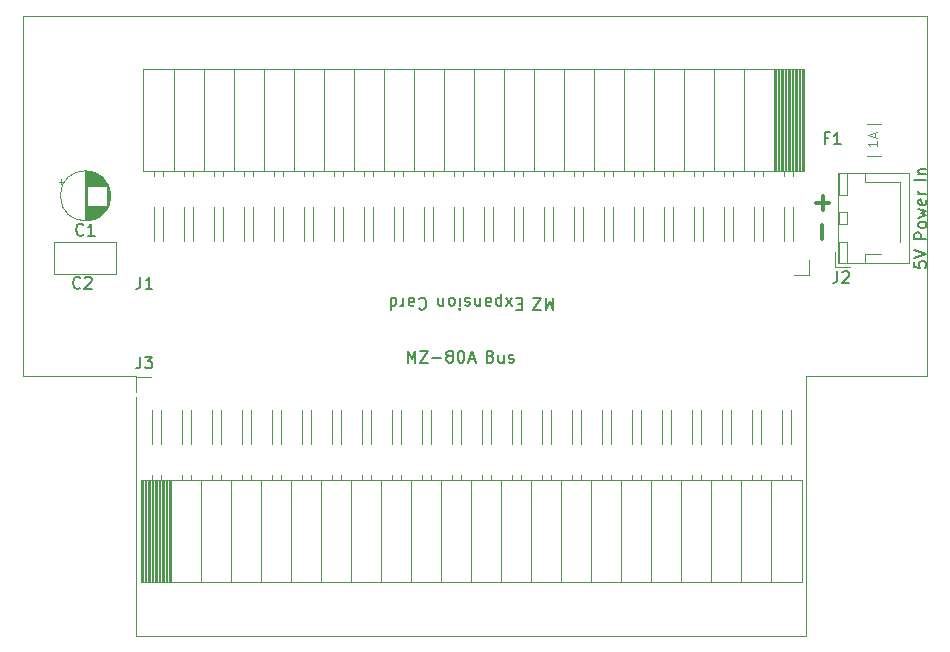
<source format=gbr>
G04 #@! TF.GenerationSoftware,KiCad,Pcbnew,(7.0.0-0)*
G04 #@! TF.CreationDate,2023-03-11T20:56:30+00:00*
G04 #@! TF.ProjectId,EXT80A,45585438-3041-42e6-9b69-6361645f7063,rev?*
G04 #@! TF.SameCoordinates,Original*
G04 #@! TF.FileFunction,Legend,Top*
G04 #@! TF.FilePolarity,Positive*
%FSLAX46Y46*%
G04 Gerber Fmt 4.6, Leading zero omitted, Abs format (unit mm)*
G04 Created by KiCad (PCBNEW (7.0.0-0)) date 2023-03-11 20:56:30*
%MOMM*%
%LPD*%
G01*
G04 APERTURE LIST*
%ADD10C,0.120000*%
%ADD11C,0.300000*%
%ADD12C,0.150000*%
%ADD13C,0.100000*%
G04 APERTURE END LIST*
D10*
X133750000Y-123750000D02*
X133750000Y-103500000D01*
X190500000Y-101750000D02*
X190750000Y-101750000D01*
X190500000Y-123750000D02*
X190500000Y-101750000D01*
X133750000Y-123750000D02*
X190500000Y-123750000D01*
X124250000Y-101750000D02*
X124250000Y-71250000D01*
X133750000Y-101750000D02*
X124250000Y-101750000D01*
X200750000Y-101750000D02*
X190750000Y-101750000D01*
X200750000Y-71250000D02*
X200750000Y-101750000D01*
X124250000Y-71250000D02*
X200750000Y-71250000D01*
D11*
X191852142Y-90142857D02*
X191852142Y-89000000D01*
X191357142Y-87102142D02*
X192500000Y-87102142D01*
X191928571Y-87673571D02*
X191928571Y-86530714D01*
D12*
X134166666Y-100117380D02*
X134166666Y-100831666D01*
X134166666Y-100831666D02*
X134119047Y-100974523D01*
X134119047Y-100974523D02*
X134023809Y-101069761D01*
X134023809Y-101069761D02*
X133880952Y-101117380D01*
X133880952Y-101117380D02*
X133785714Y-101117380D01*
X134547619Y-100117380D02*
X135166666Y-100117380D01*
X135166666Y-100117380D02*
X134833333Y-100498333D01*
X134833333Y-100498333D02*
X134976190Y-100498333D01*
X134976190Y-100498333D02*
X135071428Y-100545952D01*
X135071428Y-100545952D02*
X135119047Y-100593571D01*
X135119047Y-100593571D02*
X135166666Y-100688809D01*
X135166666Y-100688809D02*
X135166666Y-100926904D01*
X135166666Y-100926904D02*
X135119047Y-101022142D01*
X135119047Y-101022142D02*
X135071428Y-101069761D01*
X135071428Y-101069761D02*
X134976190Y-101117380D01*
X134976190Y-101117380D02*
X134690476Y-101117380D01*
X134690476Y-101117380D02*
X134595238Y-101069761D01*
X134595238Y-101069761D02*
X134547619Y-101022142D01*
X156783333Y-100617380D02*
X156783333Y-99617380D01*
X156783333Y-99617380D02*
X157116666Y-100331666D01*
X157116666Y-100331666D02*
X157449999Y-99617380D01*
X157449999Y-99617380D02*
X157449999Y-100617380D01*
X157830952Y-99617380D02*
X158497618Y-99617380D01*
X158497618Y-99617380D02*
X157830952Y-100617380D01*
X157830952Y-100617380D02*
X158497618Y-100617380D01*
X158878571Y-100236428D02*
X159640476Y-100236428D01*
X160259523Y-100045952D02*
X160164285Y-99998333D01*
X160164285Y-99998333D02*
X160116666Y-99950714D01*
X160116666Y-99950714D02*
X160069047Y-99855476D01*
X160069047Y-99855476D02*
X160069047Y-99807857D01*
X160069047Y-99807857D02*
X160116666Y-99712619D01*
X160116666Y-99712619D02*
X160164285Y-99665000D01*
X160164285Y-99665000D02*
X160259523Y-99617380D01*
X160259523Y-99617380D02*
X160449999Y-99617380D01*
X160449999Y-99617380D02*
X160545237Y-99665000D01*
X160545237Y-99665000D02*
X160592856Y-99712619D01*
X160592856Y-99712619D02*
X160640475Y-99807857D01*
X160640475Y-99807857D02*
X160640475Y-99855476D01*
X160640475Y-99855476D02*
X160592856Y-99950714D01*
X160592856Y-99950714D02*
X160545237Y-99998333D01*
X160545237Y-99998333D02*
X160449999Y-100045952D01*
X160449999Y-100045952D02*
X160259523Y-100045952D01*
X160259523Y-100045952D02*
X160164285Y-100093571D01*
X160164285Y-100093571D02*
X160116666Y-100141190D01*
X160116666Y-100141190D02*
X160069047Y-100236428D01*
X160069047Y-100236428D02*
X160069047Y-100426904D01*
X160069047Y-100426904D02*
X160116666Y-100522142D01*
X160116666Y-100522142D02*
X160164285Y-100569761D01*
X160164285Y-100569761D02*
X160259523Y-100617380D01*
X160259523Y-100617380D02*
X160449999Y-100617380D01*
X160449999Y-100617380D02*
X160545237Y-100569761D01*
X160545237Y-100569761D02*
X160592856Y-100522142D01*
X160592856Y-100522142D02*
X160640475Y-100426904D01*
X160640475Y-100426904D02*
X160640475Y-100236428D01*
X160640475Y-100236428D02*
X160592856Y-100141190D01*
X160592856Y-100141190D02*
X160545237Y-100093571D01*
X160545237Y-100093571D02*
X160449999Y-100045952D01*
X161259523Y-99617380D02*
X161354761Y-99617380D01*
X161354761Y-99617380D02*
X161449999Y-99665000D01*
X161449999Y-99665000D02*
X161497618Y-99712619D01*
X161497618Y-99712619D02*
X161545237Y-99807857D01*
X161545237Y-99807857D02*
X161592856Y-99998333D01*
X161592856Y-99998333D02*
X161592856Y-100236428D01*
X161592856Y-100236428D02*
X161545237Y-100426904D01*
X161545237Y-100426904D02*
X161497618Y-100522142D01*
X161497618Y-100522142D02*
X161449999Y-100569761D01*
X161449999Y-100569761D02*
X161354761Y-100617380D01*
X161354761Y-100617380D02*
X161259523Y-100617380D01*
X161259523Y-100617380D02*
X161164285Y-100569761D01*
X161164285Y-100569761D02*
X161116666Y-100522142D01*
X161116666Y-100522142D02*
X161069047Y-100426904D01*
X161069047Y-100426904D02*
X161021428Y-100236428D01*
X161021428Y-100236428D02*
X161021428Y-99998333D01*
X161021428Y-99998333D02*
X161069047Y-99807857D01*
X161069047Y-99807857D02*
X161116666Y-99712619D01*
X161116666Y-99712619D02*
X161164285Y-99665000D01*
X161164285Y-99665000D02*
X161259523Y-99617380D01*
X161973809Y-100331666D02*
X162449999Y-100331666D01*
X161878571Y-100617380D02*
X162211904Y-99617380D01*
X162211904Y-99617380D02*
X162545237Y-100617380D01*
X163811904Y-100093571D02*
X163954761Y-100141190D01*
X163954761Y-100141190D02*
X164002380Y-100188809D01*
X164002380Y-100188809D02*
X164049999Y-100284047D01*
X164049999Y-100284047D02*
X164049999Y-100426904D01*
X164049999Y-100426904D02*
X164002380Y-100522142D01*
X164002380Y-100522142D02*
X163954761Y-100569761D01*
X163954761Y-100569761D02*
X163859523Y-100617380D01*
X163859523Y-100617380D02*
X163478571Y-100617380D01*
X163478571Y-100617380D02*
X163478571Y-99617380D01*
X163478571Y-99617380D02*
X163811904Y-99617380D01*
X163811904Y-99617380D02*
X163907142Y-99665000D01*
X163907142Y-99665000D02*
X163954761Y-99712619D01*
X163954761Y-99712619D02*
X164002380Y-99807857D01*
X164002380Y-99807857D02*
X164002380Y-99903095D01*
X164002380Y-99903095D02*
X163954761Y-99998333D01*
X163954761Y-99998333D02*
X163907142Y-100045952D01*
X163907142Y-100045952D02*
X163811904Y-100093571D01*
X163811904Y-100093571D02*
X163478571Y-100093571D01*
X164907142Y-99950714D02*
X164907142Y-100617380D01*
X164478571Y-99950714D02*
X164478571Y-100474523D01*
X164478571Y-100474523D02*
X164526190Y-100569761D01*
X164526190Y-100569761D02*
X164621428Y-100617380D01*
X164621428Y-100617380D02*
X164764285Y-100617380D01*
X164764285Y-100617380D02*
X164859523Y-100569761D01*
X164859523Y-100569761D02*
X164907142Y-100522142D01*
X165335714Y-100569761D02*
X165430952Y-100617380D01*
X165430952Y-100617380D02*
X165621428Y-100617380D01*
X165621428Y-100617380D02*
X165716666Y-100569761D01*
X165716666Y-100569761D02*
X165764285Y-100474523D01*
X165764285Y-100474523D02*
X165764285Y-100426904D01*
X165764285Y-100426904D02*
X165716666Y-100331666D01*
X165716666Y-100331666D02*
X165621428Y-100284047D01*
X165621428Y-100284047D02*
X165478571Y-100284047D01*
X165478571Y-100284047D02*
X165383333Y-100236428D01*
X165383333Y-100236428D02*
X165335714Y-100141190D01*
X165335714Y-100141190D02*
X165335714Y-100093571D01*
X165335714Y-100093571D02*
X165383333Y-99998333D01*
X165383333Y-99998333D02*
X165478571Y-99950714D01*
X165478571Y-99950714D02*
X165621428Y-99950714D01*
X165621428Y-99950714D02*
X165716666Y-99998333D01*
X134166666Y-93367380D02*
X134166666Y-94081666D01*
X134166666Y-94081666D02*
X134119047Y-94224523D01*
X134119047Y-94224523D02*
X134023809Y-94319761D01*
X134023809Y-94319761D02*
X133880952Y-94367380D01*
X133880952Y-94367380D02*
X133785714Y-94367380D01*
X135166666Y-94367380D02*
X134595238Y-94367380D01*
X134880952Y-94367380D02*
X134880952Y-93367380D01*
X134880952Y-93367380D02*
X134785714Y-93510238D01*
X134785714Y-93510238D02*
X134690476Y-93605476D01*
X134690476Y-93605476D02*
X134595238Y-93653095D01*
X169135714Y-95132619D02*
X169135714Y-96132619D01*
X169135714Y-96132619D02*
X168802381Y-95418333D01*
X168802381Y-95418333D02*
X168469048Y-96132619D01*
X168469048Y-96132619D02*
X168469048Y-95132619D01*
X168088095Y-96132619D02*
X167421429Y-96132619D01*
X167421429Y-96132619D02*
X168088095Y-95132619D01*
X168088095Y-95132619D02*
X167421429Y-95132619D01*
X166440476Y-95656428D02*
X166107143Y-95656428D01*
X165964286Y-95132619D02*
X166440476Y-95132619D01*
X166440476Y-95132619D02*
X166440476Y-96132619D01*
X166440476Y-96132619D02*
X165964286Y-96132619D01*
X165630952Y-95132619D02*
X165107143Y-95799285D01*
X165630952Y-95799285D02*
X165107143Y-95132619D01*
X164726190Y-95799285D02*
X164726190Y-94799285D01*
X164726190Y-95751666D02*
X164630952Y-95799285D01*
X164630952Y-95799285D02*
X164440476Y-95799285D01*
X164440476Y-95799285D02*
X164345238Y-95751666D01*
X164345238Y-95751666D02*
X164297619Y-95704047D01*
X164297619Y-95704047D02*
X164250000Y-95608809D01*
X164250000Y-95608809D02*
X164250000Y-95323095D01*
X164250000Y-95323095D02*
X164297619Y-95227857D01*
X164297619Y-95227857D02*
X164345238Y-95180238D01*
X164345238Y-95180238D02*
X164440476Y-95132619D01*
X164440476Y-95132619D02*
X164630952Y-95132619D01*
X164630952Y-95132619D02*
X164726190Y-95180238D01*
X163392857Y-95132619D02*
X163392857Y-95656428D01*
X163392857Y-95656428D02*
X163440476Y-95751666D01*
X163440476Y-95751666D02*
X163535714Y-95799285D01*
X163535714Y-95799285D02*
X163726190Y-95799285D01*
X163726190Y-95799285D02*
X163821428Y-95751666D01*
X163392857Y-95180238D02*
X163488095Y-95132619D01*
X163488095Y-95132619D02*
X163726190Y-95132619D01*
X163726190Y-95132619D02*
X163821428Y-95180238D01*
X163821428Y-95180238D02*
X163869047Y-95275476D01*
X163869047Y-95275476D02*
X163869047Y-95370714D01*
X163869047Y-95370714D02*
X163821428Y-95465952D01*
X163821428Y-95465952D02*
X163726190Y-95513571D01*
X163726190Y-95513571D02*
X163488095Y-95513571D01*
X163488095Y-95513571D02*
X163392857Y-95561190D01*
X162916666Y-95799285D02*
X162916666Y-95132619D01*
X162916666Y-95704047D02*
X162869047Y-95751666D01*
X162869047Y-95751666D02*
X162773809Y-95799285D01*
X162773809Y-95799285D02*
X162630952Y-95799285D01*
X162630952Y-95799285D02*
X162535714Y-95751666D01*
X162535714Y-95751666D02*
X162488095Y-95656428D01*
X162488095Y-95656428D02*
X162488095Y-95132619D01*
X162059523Y-95180238D02*
X161964285Y-95132619D01*
X161964285Y-95132619D02*
X161773809Y-95132619D01*
X161773809Y-95132619D02*
X161678571Y-95180238D01*
X161678571Y-95180238D02*
X161630952Y-95275476D01*
X161630952Y-95275476D02*
X161630952Y-95323095D01*
X161630952Y-95323095D02*
X161678571Y-95418333D01*
X161678571Y-95418333D02*
X161773809Y-95465952D01*
X161773809Y-95465952D02*
X161916666Y-95465952D01*
X161916666Y-95465952D02*
X162011904Y-95513571D01*
X162011904Y-95513571D02*
X162059523Y-95608809D01*
X162059523Y-95608809D02*
X162059523Y-95656428D01*
X162059523Y-95656428D02*
X162011904Y-95751666D01*
X162011904Y-95751666D02*
X161916666Y-95799285D01*
X161916666Y-95799285D02*
X161773809Y-95799285D01*
X161773809Y-95799285D02*
X161678571Y-95751666D01*
X161202380Y-95132619D02*
X161202380Y-95799285D01*
X161202380Y-96132619D02*
X161249999Y-96085000D01*
X161249999Y-96085000D02*
X161202380Y-96037380D01*
X161202380Y-96037380D02*
X161154761Y-96085000D01*
X161154761Y-96085000D02*
X161202380Y-96132619D01*
X161202380Y-96132619D02*
X161202380Y-96037380D01*
X160583333Y-95132619D02*
X160678571Y-95180238D01*
X160678571Y-95180238D02*
X160726190Y-95227857D01*
X160726190Y-95227857D02*
X160773809Y-95323095D01*
X160773809Y-95323095D02*
X160773809Y-95608809D01*
X160773809Y-95608809D02*
X160726190Y-95704047D01*
X160726190Y-95704047D02*
X160678571Y-95751666D01*
X160678571Y-95751666D02*
X160583333Y-95799285D01*
X160583333Y-95799285D02*
X160440476Y-95799285D01*
X160440476Y-95799285D02*
X160345238Y-95751666D01*
X160345238Y-95751666D02*
X160297619Y-95704047D01*
X160297619Y-95704047D02*
X160250000Y-95608809D01*
X160250000Y-95608809D02*
X160250000Y-95323095D01*
X160250000Y-95323095D02*
X160297619Y-95227857D01*
X160297619Y-95227857D02*
X160345238Y-95180238D01*
X160345238Y-95180238D02*
X160440476Y-95132619D01*
X160440476Y-95132619D02*
X160583333Y-95132619D01*
X159821428Y-95799285D02*
X159821428Y-95132619D01*
X159821428Y-95704047D02*
X159773809Y-95751666D01*
X159773809Y-95751666D02*
X159678571Y-95799285D01*
X159678571Y-95799285D02*
X159535714Y-95799285D01*
X159535714Y-95799285D02*
X159440476Y-95751666D01*
X159440476Y-95751666D02*
X159392857Y-95656428D01*
X159392857Y-95656428D02*
X159392857Y-95132619D01*
X157745238Y-95227857D02*
X157792857Y-95180238D01*
X157792857Y-95180238D02*
X157935714Y-95132619D01*
X157935714Y-95132619D02*
X158030952Y-95132619D01*
X158030952Y-95132619D02*
X158173809Y-95180238D01*
X158173809Y-95180238D02*
X158269047Y-95275476D01*
X158269047Y-95275476D02*
X158316666Y-95370714D01*
X158316666Y-95370714D02*
X158364285Y-95561190D01*
X158364285Y-95561190D02*
X158364285Y-95704047D01*
X158364285Y-95704047D02*
X158316666Y-95894523D01*
X158316666Y-95894523D02*
X158269047Y-95989761D01*
X158269047Y-95989761D02*
X158173809Y-96085000D01*
X158173809Y-96085000D02*
X158030952Y-96132619D01*
X158030952Y-96132619D02*
X157935714Y-96132619D01*
X157935714Y-96132619D02*
X157792857Y-96085000D01*
X157792857Y-96085000D02*
X157745238Y-96037380D01*
X156888095Y-95132619D02*
X156888095Y-95656428D01*
X156888095Y-95656428D02*
X156935714Y-95751666D01*
X156935714Y-95751666D02*
X157030952Y-95799285D01*
X157030952Y-95799285D02*
X157221428Y-95799285D01*
X157221428Y-95799285D02*
X157316666Y-95751666D01*
X156888095Y-95180238D02*
X156983333Y-95132619D01*
X156983333Y-95132619D02*
X157221428Y-95132619D01*
X157221428Y-95132619D02*
X157316666Y-95180238D01*
X157316666Y-95180238D02*
X157364285Y-95275476D01*
X157364285Y-95275476D02*
X157364285Y-95370714D01*
X157364285Y-95370714D02*
X157316666Y-95465952D01*
X157316666Y-95465952D02*
X157221428Y-95513571D01*
X157221428Y-95513571D02*
X156983333Y-95513571D01*
X156983333Y-95513571D02*
X156888095Y-95561190D01*
X156411904Y-95132619D02*
X156411904Y-95799285D01*
X156411904Y-95608809D02*
X156364285Y-95704047D01*
X156364285Y-95704047D02*
X156316666Y-95751666D01*
X156316666Y-95751666D02*
X156221428Y-95799285D01*
X156221428Y-95799285D02*
X156126190Y-95799285D01*
X155364285Y-95132619D02*
X155364285Y-96132619D01*
X155364285Y-95180238D02*
X155459523Y-95132619D01*
X155459523Y-95132619D02*
X155649999Y-95132619D01*
X155649999Y-95132619D02*
X155745237Y-95180238D01*
X155745237Y-95180238D02*
X155792856Y-95227857D01*
X155792856Y-95227857D02*
X155840475Y-95323095D01*
X155840475Y-95323095D02*
X155840475Y-95608809D01*
X155840475Y-95608809D02*
X155792856Y-95704047D01*
X155792856Y-95704047D02*
X155745237Y-95751666D01*
X155745237Y-95751666D02*
X155649999Y-95799285D01*
X155649999Y-95799285D02*
X155459523Y-95799285D01*
X155459523Y-95799285D02*
X155364285Y-95751666D01*
X129333333Y-89772142D02*
X129285714Y-89819761D01*
X129285714Y-89819761D02*
X129142857Y-89867380D01*
X129142857Y-89867380D02*
X129047619Y-89867380D01*
X129047619Y-89867380D02*
X128904762Y-89819761D01*
X128904762Y-89819761D02*
X128809524Y-89724523D01*
X128809524Y-89724523D02*
X128761905Y-89629285D01*
X128761905Y-89629285D02*
X128714286Y-89438809D01*
X128714286Y-89438809D02*
X128714286Y-89295952D01*
X128714286Y-89295952D02*
X128761905Y-89105476D01*
X128761905Y-89105476D02*
X128809524Y-89010238D01*
X128809524Y-89010238D02*
X128904762Y-88915000D01*
X128904762Y-88915000D02*
X129047619Y-88867380D01*
X129047619Y-88867380D02*
X129142857Y-88867380D01*
X129142857Y-88867380D02*
X129285714Y-88915000D01*
X129285714Y-88915000D02*
X129333333Y-88962619D01*
X130285714Y-89867380D02*
X129714286Y-89867380D01*
X130000000Y-89867380D02*
X130000000Y-88867380D01*
X130000000Y-88867380D02*
X129904762Y-89010238D01*
X129904762Y-89010238D02*
X129809524Y-89105476D01*
X129809524Y-89105476D02*
X129714286Y-89153095D01*
X193166666Y-92867380D02*
X193166666Y-93581666D01*
X193166666Y-93581666D02*
X193119047Y-93724523D01*
X193119047Y-93724523D02*
X193023809Y-93819761D01*
X193023809Y-93819761D02*
X192880952Y-93867380D01*
X192880952Y-93867380D02*
X192785714Y-93867380D01*
X193595238Y-92962619D02*
X193642857Y-92915000D01*
X193642857Y-92915000D02*
X193738095Y-92867380D01*
X193738095Y-92867380D02*
X193976190Y-92867380D01*
X193976190Y-92867380D02*
X194071428Y-92915000D01*
X194071428Y-92915000D02*
X194119047Y-92962619D01*
X194119047Y-92962619D02*
X194166666Y-93057857D01*
X194166666Y-93057857D02*
X194166666Y-93153095D01*
X194166666Y-93153095D02*
X194119047Y-93295952D01*
X194119047Y-93295952D02*
X193547619Y-93867380D01*
X193547619Y-93867380D02*
X194166666Y-93867380D01*
X199692380Y-92095238D02*
X199692380Y-92571428D01*
X199692380Y-92571428D02*
X200168571Y-92619047D01*
X200168571Y-92619047D02*
X200120952Y-92571428D01*
X200120952Y-92571428D02*
X200073333Y-92476190D01*
X200073333Y-92476190D02*
X200073333Y-92238095D01*
X200073333Y-92238095D02*
X200120952Y-92142857D01*
X200120952Y-92142857D02*
X200168571Y-92095238D01*
X200168571Y-92095238D02*
X200263809Y-92047619D01*
X200263809Y-92047619D02*
X200501904Y-92047619D01*
X200501904Y-92047619D02*
X200597142Y-92095238D01*
X200597142Y-92095238D02*
X200644761Y-92142857D01*
X200644761Y-92142857D02*
X200692380Y-92238095D01*
X200692380Y-92238095D02*
X200692380Y-92476190D01*
X200692380Y-92476190D02*
X200644761Y-92571428D01*
X200644761Y-92571428D02*
X200597142Y-92619047D01*
X199692380Y-91761904D02*
X200692380Y-91428571D01*
X200692380Y-91428571D02*
X199692380Y-91095238D01*
X200692380Y-90161904D02*
X199692380Y-90161904D01*
X199692380Y-90161904D02*
X199692380Y-89780952D01*
X199692380Y-89780952D02*
X199740000Y-89685714D01*
X199740000Y-89685714D02*
X199787619Y-89638095D01*
X199787619Y-89638095D02*
X199882857Y-89590476D01*
X199882857Y-89590476D02*
X200025714Y-89590476D01*
X200025714Y-89590476D02*
X200120952Y-89638095D01*
X200120952Y-89638095D02*
X200168571Y-89685714D01*
X200168571Y-89685714D02*
X200216190Y-89780952D01*
X200216190Y-89780952D02*
X200216190Y-90161904D01*
X200692380Y-89019047D02*
X200644761Y-89114285D01*
X200644761Y-89114285D02*
X200597142Y-89161904D01*
X200597142Y-89161904D02*
X200501904Y-89209523D01*
X200501904Y-89209523D02*
X200216190Y-89209523D01*
X200216190Y-89209523D02*
X200120952Y-89161904D01*
X200120952Y-89161904D02*
X200073333Y-89114285D01*
X200073333Y-89114285D02*
X200025714Y-89019047D01*
X200025714Y-89019047D02*
X200025714Y-88876190D01*
X200025714Y-88876190D02*
X200073333Y-88780952D01*
X200073333Y-88780952D02*
X200120952Y-88733333D01*
X200120952Y-88733333D02*
X200216190Y-88685714D01*
X200216190Y-88685714D02*
X200501904Y-88685714D01*
X200501904Y-88685714D02*
X200597142Y-88733333D01*
X200597142Y-88733333D02*
X200644761Y-88780952D01*
X200644761Y-88780952D02*
X200692380Y-88876190D01*
X200692380Y-88876190D02*
X200692380Y-89019047D01*
X200025714Y-88352380D02*
X200692380Y-88161904D01*
X200692380Y-88161904D02*
X200216190Y-87971428D01*
X200216190Y-87971428D02*
X200692380Y-87780952D01*
X200692380Y-87780952D02*
X200025714Y-87590476D01*
X200644761Y-86828571D02*
X200692380Y-86923809D01*
X200692380Y-86923809D02*
X200692380Y-87114285D01*
X200692380Y-87114285D02*
X200644761Y-87209523D01*
X200644761Y-87209523D02*
X200549523Y-87257142D01*
X200549523Y-87257142D02*
X200168571Y-87257142D01*
X200168571Y-87257142D02*
X200073333Y-87209523D01*
X200073333Y-87209523D02*
X200025714Y-87114285D01*
X200025714Y-87114285D02*
X200025714Y-86923809D01*
X200025714Y-86923809D02*
X200073333Y-86828571D01*
X200073333Y-86828571D02*
X200168571Y-86780952D01*
X200168571Y-86780952D02*
X200263809Y-86780952D01*
X200263809Y-86780952D02*
X200359047Y-87257142D01*
X200692380Y-86352380D02*
X200025714Y-86352380D01*
X200216190Y-86352380D02*
X200120952Y-86304761D01*
X200120952Y-86304761D02*
X200073333Y-86257142D01*
X200073333Y-86257142D02*
X200025714Y-86161904D01*
X200025714Y-86161904D02*
X200025714Y-86066666D01*
X200692380Y-85133332D02*
X199692380Y-85133332D01*
X200025714Y-84657142D02*
X200692380Y-84657142D01*
X200120952Y-84657142D02*
X200073333Y-84609523D01*
X200073333Y-84609523D02*
X200025714Y-84514285D01*
X200025714Y-84514285D02*
X200025714Y-84371428D01*
X200025714Y-84371428D02*
X200073333Y-84276190D01*
X200073333Y-84276190D02*
X200168571Y-84228571D01*
X200168571Y-84228571D02*
X200692380Y-84228571D01*
X192416666Y-81593571D02*
X192083333Y-81593571D01*
X192083333Y-82117380D02*
X192083333Y-81117380D01*
X192083333Y-81117380D02*
X192559523Y-81117380D01*
X193464285Y-82117380D02*
X192892857Y-82117380D01*
X193178571Y-82117380D02*
X193178571Y-81117380D01*
X193178571Y-81117380D02*
X193083333Y-81260238D01*
X193083333Y-81260238D02*
X192988095Y-81355476D01*
X192988095Y-81355476D02*
X192892857Y-81403095D01*
D13*
X196543904Y-81864285D02*
X196543904Y-82321428D01*
X196543904Y-82092856D02*
X195743904Y-82092856D01*
X195743904Y-82092856D02*
X195858190Y-82169047D01*
X195858190Y-82169047D02*
X195934380Y-82245237D01*
X195934380Y-82245237D02*
X195972476Y-82321428D01*
X196315333Y-81559523D02*
X196315333Y-81178570D01*
X196543904Y-81635713D02*
X195743904Y-81369046D01*
X195743904Y-81369046D02*
X196543904Y-81102380D01*
D12*
X129083333Y-94272142D02*
X129035714Y-94319761D01*
X129035714Y-94319761D02*
X128892857Y-94367380D01*
X128892857Y-94367380D02*
X128797619Y-94367380D01*
X128797619Y-94367380D02*
X128654762Y-94319761D01*
X128654762Y-94319761D02*
X128559524Y-94224523D01*
X128559524Y-94224523D02*
X128511905Y-94129285D01*
X128511905Y-94129285D02*
X128464286Y-93938809D01*
X128464286Y-93938809D02*
X128464286Y-93795952D01*
X128464286Y-93795952D02*
X128511905Y-93605476D01*
X128511905Y-93605476D02*
X128559524Y-93510238D01*
X128559524Y-93510238D02*
X128654762Y-93415000D01*
X128654762Y-93415000D02*
X128797619Y-93367380D01*
X128797619Y-93367380D02*
X128892857Y-93367380D01*
X128892857Y-93367380D02*
X129035714Y-93415000D01*
X129035714Y-93415000D02*
X129083333Y-93462619D01*
X129464286Y-93462619D02*
X129511905Y-93415000D01*
X129511905Y-93415000D02*
X129607143Y-93367380D01*
X129607143Y-93367380D02*
X129845238Y-93367380D01*
X129845238Y-93367380D02*
X129940476Y-93415000D01*
X129940476Y-93415000D02*
X129988095Y-93462619D01*
X129988095Y-93462619D02*
X130035714Y-93557857D01*
X130035714Y-93557857D02*
X130035714Y-93653095D01*
X130035714Y-93653095D02*
X129988095Y-93795952D01*
X129988095Y-93795952D02*
X129416667Y-94367380D01*
X129416667Y-94367380D02*
X130035714Y-94367380D01*
D10*
X133825000Y-101825000D02*
X133825000Y-103095000D01*
X134182000Y-110564000D02*
X190182000Y-110564000D01*
X134182000Y-119194000D02*
X134182000Y-110564000D01*
X134182000Y-119194000D02*
X190182000Y-119194000D01*
X134302000Y-119194000D02*
X134302000Y-110564000D01*
X134420095Y-119194000D02*
X134420095Y-110564000D01*
X134538190Y-119194000D02*
X134538190Y-110564000D01*
X134656285Y-119194000D02*
X134656285Y-110564000D01*
X134774380Y-119194000D02*
X134774380Y-110564000D01*
X134892475Y-119194000D02*
X134892475Y-110564000D01*
X135010570Y-119194000D02*
X135010570Y-110564000D01*
X135095000Y-101825000D02*
X133825000Y-101825000D01*
X135120000Y-104640000D02*
X135120000Y-107537071D01*
X135128665Y-119194000D02*
X135128665Y-110564000D01*
X135152000Y-110564000D02*
X135152000Y-110154000D01*
X135246760Y-119194000D02*
X135246760Y-110564000D01*
X135364855Y-119194000D02*
X135364855Y-110564000D01*
X135482950Y-119194000D02*
X135482950Y-110564000D01*
X135601045Y-119194000D02*
X135601045Y-110564000D01*
X135719140Y-119194000D02*
X135719140Y-110564000D01*
X135837235Y-119194000D02*
X135837235Y-110564000D01*
X135872000Y-110564000D02*
X135872000Y-110154000D01*
X135880000Y-104640000D02*
X135880000Y-107537071D01*
X135955330Y-119194000D02*
X135955330Y-110564000D01*
X136073425Y-119194000D02*
X136073425Y-110564000D01*
X136191520Y-119194000D02*
X136191520Y-110564000D01*
X136309615Y-119194000D02*
X136309615Y-110564000D01*
X136427710Y-119194000D02*
X136427710Y-110564000D01*
X136545805Y-119194000D02*
X136545805Y-110564000D01*
X136663900Y-119194000D02*
X136663900Y-110564000D01*
X136782000Y-119194000D02*
X136782000Y-110564000D01*
X137660000Y-104640000D02*
X137660000Y-107537071D01*
X137692000Y-110564000D02*
X137692000Y-110154000D01*
X138412000Y-110564000D02*
X138412000Y-110154000D01*
X138420000Y-104640000D02*
X138420000Y-107537071D01*
X139322000Y-119194000D02*
X139322000Y-110564000D01*
X140200000Y-104640000D02*
X140200000Y-107537071D01*
X140232000Y-110564000D02*
X140232000Y-110154000D01*
X140952000Y-110564000D02*
X140952000Y-110154000D01*
X140960000Y-104640000D02*
X140960000Y-107537071D01*
X141862000Y-119194000D02*
X141862000Y-110564000D01*
X142740000Y-104640000D02*
X142740000Y-107537071D01*
X142772000Y-110564000D02*
X142772000Y-110154000D01*
X143492000Y-110564000D02*
X143492000Y-110154000D01*
X143500000Y-104640000D02*
X143500000Y-107537071D01*
X144402000Y-119194000D02*
X144402000Y-110564000D01*
X145280000Y-104640000D02*
X145280000Y-107537071D01*
X145312000Y-110564000D02*
X145312000Y-110154000D01*
X146032000Y-110564000D02*
X146032000Y-110154000D01*
X146040000Y-104640000D02*
X146040000Y-107537071D01*
X146942000Y-119194000D02*
X146942000Y-110564000D01*
X147820000Y-104640000D02*
X147820000Y-107537071D01*
X147852000Y-110564000D02*
X147852000Y-110154000D01*
X148572000Y-110564000D02*
X148572000Y-110154000D01*
X148580000Y-104640000D02*
X148580000Y-107537071D01*
X149482000Y-119194000D02*
X149482000Y-110564000D01*
X150360000Y-104640000D02*
X150360000Y-107537071D01*
X150392000Y-110564000D02*
X150392000Y-110154000D01*
X151112000Y-110564000D02*
X151112000Y-110154000D01*
X151120000Y-104640000D02*
X151120000Y-107537071D01*
X152022000Y-119194000D02*
X152022000Y-110564000D01*
X152900000Y-104640000D02*
X152900000Y-107537071D01*
X152932000Y-110564000D02*
X152932000Y-110154000D01*
X153652000Y-110564000D02*
X153652000Y-110154000D01*
X153660000Y-104640000D02*
X153660000Y-107537071D01*
X154562000Y-119194000D02*
X154562000Y-110564000D01*
X155440000Y-104640000D02*
X155440000Y-107537071D01*
X155472000Y-110564000D02*
X155472000Y-110154000D01*
X156192000Y-110564000D02*
X156192000Y-110154000D01*
X156200000Y-104640000D02*
X156200000Y-107537071D01*
X157102000Y-119194000D02*
X157102000Y-110564000D01*
X157980000Y-104640000D02*
X157980000Y-107537071D01*
X158012000Y-110564000D02*
X158012000Y-110154000D01*
X158732000Y-110564000D02*
X158732000Y-110154000D01*
X158740000Y-104640000D02*
X158740000Y-107537071D01*
X159642000Y-119194000D02*
X159642000Y-110564000D01*
X160520000Y-104640000D02*
X160520000Y-107537071D01*
X160552000Y-110564000D02*
X160552000Y-110154000D01*
X161272000Y-110564000D02*
X161272000Y-110154000D01*
X161280000Y-104640000D02*
X161280000Y-107537071D01*
X162182000Y-119194000D02*
X162182000Y-110564000D01*
X163060000Y-104640000D02*
X163060000Y-107537071D01*
X163092000Y-110564000D02*
X163092000Y-110154000D01*
X163812000Y-110564000D02*
X163812000Y-110154000D01*
X163820000Y-104640000D02*
X163820000Y-107537071D01*
X164722000Y-119194000D02*
X164722000Y-110564000D01*
X165600000Y-104640000D02*
X165600000Y-107537071D01*
X165632000Y-110564000D02*
X165632000Y-110154000D01*
X166352000Y-110564000D02*
X166352000Y-110154000D01*
X166360000Y-104640000D02*
X166360000Y-107537071D01*
X167262000Y-119194000D02*
X167262000Y-110564000D01*
X168140000Y-104640000D02*
X168140000Y-107537071D01*
X168172000Y-110564000D02*
X168172000Y-110154000D01*
X168892000Y-110564000D02*
X168892000Y-110154000D01*
X168900000Y-104640000D02*
X168900000Y-107537071D01*
X169802000Y-119194000D02*
X169802000Y-110564000D01*
X170680000Y-104640000D02*
X170680000Y-107537071D01*
X170712000Y-110564000D02*
X170712000Y-110154000D01*
X171432000Y-110564000D02*
X171432000Y-110154000D01*
X171440000Y-104640000D02*
X171440000Y-107537071D01*
X172342000Y-119194000D02*
X172342000Y-110564000D01*
X173220000Y-104640000D02*
X173220000Y-107537071D01*
X173252000Y-110564000D02*
X173252000Y-110154000D01*
X173972000Y-110564000D02*
X173972000Y-110154000D01*
X173980000Y-104640000D02*
X173980000Y-107537071D01*
X174882000Y-119194000D02*
X174882000Y-110564000D01*
X175760000Y-104640000D02*
X175760000Y-107537071D01*
X175792000Y-110564000D02*
X175792000Y-110154000D01*
X176512000Y-110564000D02*
X176512000Y-110154000D01*
X176520000Y-104640000D02*
X176520000Y-107537071D01*
X177422000Y-119194000D02*
X177422000Y-110564000D01*
X178300000Y-104640000D02*
X178300000Y-107537071D01*
X178332000Y-110564000D02*
X178332000Y-110154000D01*
X179052000Y-110564000D02*
X179052000Y-110154000D01*
X179060000Y-104640000D02*
X179060000Y-107537071D01*
X179962000Y-119194000D02*
X179962000Y-110564000D01*
X180840000Y-104640000D02*
X180840000Y-107537071D01*
X180872000Y-110564000D02*
X180872000Y-110154000D01*
X181592000Y-110564000D02*
X181592000Y-110154000D01*
X181600000Y-104640000D02*
X181600000Y-107537071D01*
X182502000Y-119194000D02*
X182502000Y-110564000D01*
X183380000Y-104640000D02*
X183380000Y-107537071D01*
X183412000Y-110564000D02*
X183412000Y-110154000D01*
X184132000Y-110564000D02*
X184132000Y-110154000D01*
X184140000Y-104640000D02*
X184140000Y-107537071D01*
X185042000Y-119194000D02*
X185042000Y-110564000D01*
X185920000Y-104640000D02*
X185920000Y-107537071D01*
X185952000Y-110564000D02*
X185952000Y-110154000D01*
X186672000Y-110564000D02*
X186672000Y-110154000D01*
X186680000Y-104640000D02*
X186680000Y-107537071D01*
X187582000Y-119194000D02*
X187582000Y-110564000D01*
X188460000Y-104640000D02*
X188460000Y-107537071D01*
X188492000Y-110564000D02*
X188492000Y-110154000D01*
X189212000Y-110564000D02*
X189212000Y-110154000D01*
X189220000Y-104640000D02*
X189220000Y-107537071D01*
X190182000Y-119194000D02*
X190182000Y-110564000D01*
X190735000Y-93175000D02*
X190735000Y-91905000D01*
X190378000Y-84436000D02*
X134378000Y-84436000D01*
X190378000Y-75806000D02*
X190378000Y-84436000D01*
X190378000Y-75806000D02*
X134378000Y-75806000D01*
X190258000Y-75806000D02*
X190258000Y-84436000D01*
X190139905Y-75806000D02*
X190139905Y-84436000D01*
X190021810Y-75806000D02*
X190021810Y-84436000D01*
X189903715Y-75806000D02*
X189903715Y-84436000D01*
X189785620Y-75806000D02*
X189785620Y-84436000D01*
X189667525Y-75806000D02*
X189667525Y-84436000D01*
X189549430Y-75806000D02*
X189549430Y-84436000D01*
X189465000Y-93175000D02*
X190735000Y-93175000D01*
X189440000Y-90360000D02*
X189440000Y-87462929D01*
X189431335Y-75806000D02*
X189431335Y-84436000D01*
X189408000Y-84436000D02*
X189408000Y-84846000D01*
X189313240Y-75806000D02*
X189313240Y-84436000D01*
X189195145Y-75806000D02*
X189195145Y-84436000D01*
X189077050Y-75806000D02*
X189077050Y-84436000D01*
X188958955Y-75806000D02*
X188958955Y-84436000D01*
X188840860Y-75806000D02*
X188840860Y-84436000D01*
X188722765Y-75806000D02*
X188722765Y-84436000D01*
X188688000Y-84436000D02*
X188688000Y-84846000D01*
X188680000Y-90360000D02*
X188680000Y-87462929D01*
X188604670Y-75806000D02*
X188604670Y-84436000D01*
X188486575Y-75806000D02*
X188486575Y-84436000D01*
X188368480Y-75806000D02*
X188368480Y-84436000D01*
X188250385Y-75806000D02*
X188250385Y-84436000D01*
X188132290Y-75806000D02*
X188132290Y-84436000D01*
X188014195Y-75806000D02*
X188014195Y-84436000D01*
X187896100Y-75806000D02*
X187896100Y-84436000D01*
X187778000Y-75806000D02*
X187778000Y-84436000D01*
X186900000Y-90360000D02*
X186900000Y-87462929D01*
X186868000Y-84436000D02*
X186868000Y-84846000D01*
X186148000Y-84436000D02*
X186148000Y-84846000D01*
X186140000Y-90360000D02*
X186140000Y-87462929D01*
X185238000Y-75806000D02*
X185238000Y-84436000D01*
X184360000Y-90360000D02*
X184360000Y-87462929D01*
X184328000Y-84436000D02*
X184328000Y-84846000D01*
X183608000Y-84436000D02*
X183608000Y-84846000D01*
X183600000Y-90360000D02*
X183600000Y-87462929D01*
X182698000Y-75806000D02*
X182698000Y-84436000D01*
X181820000Y-90360000D02*
X181820000Y-87462929D01*
X181788000Y-84436000D02*
X181788000Y-84846000D01*
X181068000Y-84436000D02*
X181068000Y-84846000D01*
X181060000Y-90360000D02*
X181060000Y-87462929D01*
X180158000Y-75806000D02*
X180158000Y-84436000D01*
X179280000Y-90360000D02*
X179280000Y-87462929D01*
X179248000Y-84436000D02*
X179248000Y-84846000D01*
X178528000Y-84436000D02*
X178528000Y-84846000D01*
X178520000Y-90360000D02*
X178520000Y-87462929D01*
X177618000Y-75806000D02*
X177618000Y-84436000D01*
X176740000Y-90360000D02*
X176740000Y-87462929D01*
X176708000Y-84436000D02*
X176708000Y-84846000D01*
X175988000Y-84436000D02*
X175988000Y-84846000D01*
X175980000Y-90360000D02*
X175980000Y-87462929D01*
X175078000Y-75806000D02*
X175078000Y-84436000D01*
X174200000Y-90360000D02*
X174200000Y-87462929D01*
X174168000Y-84436000D02*
X174168000Y-84846000D01*
X173448000Y-84436000D02*
X173448000Y-84846000D01*
X173440000Y-90360000D02*
X173440000Y-87462929D01*
X172538000Y-75806000D02*
X172538000Y-84436000D01*
X171660000Y-90360000D02*
X171660000Y-87462929D01*
X171628000Y-84436000D02*
X171628000Y-84846000D01*
X170908000Y-84436000D02*
X170908000Y-84846000D01*
X170900000Y-90360000D02*
X170900000Y-87462929D01*
X169998000Y-75806000D02*
X169998000Y-84436000D01*
X169120000Y-90360000D02*
X169120000Y-87462929D01*
X169088000Y-84436000D02*
X169088000Y-84846000D01*
X168368000Y-84436000D02*
X168368000Y-84846000D01*
X168360000Y-90360000D02*
X168360000Y-87462929D01*
X167458000Y-75806000D02*
X167458000Y-84436000D01*
X166580000Y-90360000D02*
X166580000Y-87462929D01*
X166548000Y-84436000D02*
X166548000Y-84846000D01*
X165828000Y-84436000D02*
X165828000Y-84846000D01*
X165820000Y-90360000D02*
X165820000Y-87462929D01*
X164918000Y-75806000D02*
X164918000Y-84436000D01*
X164040000Y-90360000D02*
X164040000Y-87462929D01*
X164008000Y-84436000D02*
X164008000Y-84846000D01*
X163288000Y-84436000D02*
X163288000Y-84846000D01*
X163280000Y-90360000D02*
X163280000Y-87462929D01*
X162378000Y-75806000D02*
X162378000Y-84436000D01*
X161500000Y-90360000D02*
X161500000Y-87462929D01*
X161468000Y-84436000D02*
X161468000Y-84846000D01*
X160748000Y-84436000D02*
X160748000Y-84846000D01*
X160740000Y-90360000D02*
X160740000Y-87462929D01*
X159838000Y-75806000D02*
X159838000Y-84436000D01*
X158960000Y-90360000D02*
X158960000Y-87462929D01*
X158928000Y-84436000D02*
X158928000Y-84846000D01*
X158208000Y-84436000D02*
X158208000Y-84846000D01*
X158200000Y-90360000D02*
X158200000Y-87462929D01*
X157298000Y-75806000D02*
X157298000Y-84436000D01*
X156420000Y-90360000D02*
X156420000Y-87462929D01*
X156388000Y-84436000D02*
X156388000Y-84846000D01*
X155668000Y-84436000D02*
X155668000Y-84846000D01*
X155660000Y-90360000D02*
X155660000Y-87462929D01*
X154758000Y-75806000D02*
X154758000Y-84436000D01*
X153880000Y-90360000D02*
X153880000Y-87462929D01*
X153848000Y-84436000D02*
X153848000Y-84846000D01*
X153128000Y-84436000D02*
X153128000Y-84846000D01*
X153120000Y-90360000D02*
X153120000Y-87462929D01*
X152218000Y-75806000D02*
X152218000Y-84436000D01*
X151340000Y-90360000D02*
X151340000Y-87462929D01*
X151308000Y-84436000D02*
X151308000Y-84846000D01*
X150588000Y-84436000D02*
X150588000Y-84846000D01*
X150580000Y-90360000D02*
X150580000Y-87462929D01*
X149678000Y-75806000D02*
X149678000Y-84436000D01*
X148800000Y-90360000D02*
X148800000Y-87462929D01*
X148768000Y-84436000D02*
X148768000Y-84846000D01*
X148048000Y-84436000D02*
X148048000Y-84846000D01*
X148040000Y-90360000D02*
X148040000Y-87462929D01*
X147138000Y-75806000D02*
X147138000Y-84436000D01*
X146260000Y-90360000D02*
X146260000Y-87462929D01*
X146228000Y-84436000D02*
X146228000Y-84846000D01*
X145508000Y-84436000D02*
X145508000Y-84846000D01*
X145500000Y-90360000D02*
X145500000Y-87462929D01*
X144598000Y-75806000D02*
X144598000Y-84436000D01*
X143720000Y-90360000D02*
X143720000Y-87462929D01*
X143688000Y-84436000D02*
X143688000Y-84846000D01*
X142968000Y-84436000D02*
X142968000Y-84846000D01*
X142960000Y-90360000D02*
X142960000Y-87462929D01*
X142058000Y-75806000D02*
X142058000Y-84436000D01*
X141180000Y-90360000D02*
X141180000Y-87462929D01*
X141148000Y-84436000D02*
X141148000Y-84846000D01*
X140428000Y-84436000D02*
X140428000Y-84846000D01*
X140420000Y-90360000D02*
X140420000Y-87462929D01*
X139518000Y-75806000D02*
X139518000Y-84436000D01*
X138640000Y-90360000D02*
X138640000Y-87462929D01*
X138608000Y-84436000D02*
X138608000Y-84846000D01*
X137888000Y-84436000D02*
X137888000Y-84846000D01*
X137880000Y-90360000D02*
X137880000Y-87462929D01*
X136978000Y-75806000D02*
X136978000Y-84436000D01*
X136100000Y-90360000D02*
X136100000Y-87462929D01*
X136068000Y-84436000D02*
X136068000Y-84846000D01*
X135348000Y-84436000D02*
X135348000Y-84846000D01*
X135340000Y-90360000D02*
X135340000Y-87462929D01*
X134378000Y-75806000D02*
X134378000Y-84436000D01*
X127230199Y-85305000D02*
X127630199Y-85305000D01*
X127430199Y-85105000D02*
X127430199Y-85505000D01*
X129500000Y-84420000D02*
X129500000Y-88580000D01*
X129540000Y-84420000D02*
X129540000Y-88580000D01*
X129580000Y-84421000D02*
X129580000Y-88579000D01*
X129620000Y-84423000D02*
X129620000Y-88577000D01*
X129660000Y-84426000D02*
X129660000Y-88574000D01*
X129700000Y-84429000D02*
X129700000Y-85660000D01*
X129700000Y-87340000D02*
X129700000Y-88571000D01*
X129740000Y-84433000D02*
X129740000Y-85660000D01*
X129740000Y-87340000D02*
X129740000Y-88567000D01*
X129780000Y-84438000D02*
X129780000Y-85660000D01*
X129780000Y-87340000D02*
X129780000Y-88562000D01*
X129820000Y-84444000D02*
X129820000Y-85660000D01*
X129820000Y-87340000D02*
X129820000Y-88556000D01*
X129860000Y-84450000D02*
X129860000Y-85660000D01*
X129860000Y-87340000D02*
X129860000Y-88550000D01*
X129900000Y-84458000D02*
X129900000Y-85660000D01*
X129900000Y-87340000D02*
X129900000Y-88542000D01*
X129940000Y-84466000D02*
X129940000Y-85660000D01*
X129940000Y-87340000D02*
X129940000Y-88534000D01*
X129980000Y-84475000D02*
X129980000Y-85660000D01*
X129980000Y-87340000D02*
X129980000Y-88525000D01*
X130020000Y-84484000D02*
X130020000Y-85660000D01*
X130020000Y-87340000D02*
X130020000Y-88516000D01*
X130060000Y-84495000D02*
X130060000Y-85660000D01*
X130060000Y-87340000D02*
X130060000Y-88505000D01*
X130100000Y-84506000D02*
X130100000Y-85660000D01*
X130100000Y-87340000D02*
X130100000Y-88494000D01*
X130140000Y-84518000D02*
X130140000Y-85660000D01*
X130140000Y-87340000D02*
X130140000Y-88482000D01*
X130180000Y-84532000D02*
X130180000Y-85660000D01*
X130180000Y-87340000D02*
X130180000Y-88468000D01*
X130221000Y-84546000D02*
X130221000Y-85660000D01*
X130221000Y-87340000D02*
X130221000Y-88454000D01*
X130261000Y-84560000D02*
X130261000Y-85660000D01*
X130261000Y-87340000D02*
X130261000Y-88440000D01*
X130301000Y-84576000D02*
X130301000Y-85660000D01*
X130301000Y-87340000D02*
X130301000Y-88424000D01*
X130341000Y-84593000D02*
X130341000Y-85660000D01*
X130341000Y-87340000D02*
X130341000Y-88407000D01*
X130381000Y-84611000D02*
X130381000Y-85660000D01*
X130381000Y-87340000D02*
X130381000Y-88389000D01*
X130421000Y-84630000D02*
X130421000Y-85660000D01*
X130421000Y-87340000D02*
X130421000Y-88370000D01*
X130461000Y-84649000D02*
X130461000Y-85660000D01*
X130461000Y-87340000D02*
X130461000Y-88351000D01*
X130501000Y-84670000D02*
X130501000Y-85660000D01*
X130501000Y-87340000D02*
X130501000Y-88330000D01*
X130541000Y-84692000D02*
X130541000Y-85660000D01*
X130541000Y-87340000D02*
X130541000Y-88308000D01*
X130581000Y-84715000D02*
X130581000Y-85660000D01*
X130581000Y-87340000D02*
X130581000Y-88285000D01*
X130621000Y-84740000D02*
X130621000Y-85660000D01*
X130621000Y-87340000D02*
X130621000Y-88260000D01*
X130661000Y-84765000D02*
X130661000Y-85660000D01*
X130661000Y-87340000D02*
X130661000Y-88235000D01*
X130701000Y-84792000D02*
X130701000Y-85660000D01*
X130701000Y-87340000D02*
X130701000Y-88208000D01*
X130741000Y-84820000D02*
X130741000Y-85660000D01*
X130741000Y-87340000D02*
X130741000Y-88180000D01*
X130781000Y-84850000D02*
X130781000Y-85660000D01*
X130781000Y-87340000D02*
X130781000Y-88150000D01*
X130821000Y-84881000D02*
X130821000Y-85660000D01*
X130821000Y-87340000D02*
X130821000Y-88119000D01*
X130861000Y-84913000D02*
X130861000Y-85660000D01*
X130861000Y-87340000D02*
X130861000Y-88087000D01*
X130901000Y-84948000D02*
X130901000Y-85660000D01*
X130901000Y-87340000D02*
X130901000Y-88052000D01*
X130941000Y-84984000D02*
X130941000Y-85660000D01*
X130941000Y-87340000D02*
X130941000Y-88016000D01*
X130981000Y-85022000D02*
X130981000Y-85660000D01*
X130981000Y-87340000D02*
X130981000Y-87978000D01*
X131021000Y-85062000D02*
X131021000Y-85660000D01*
X131021000Y-87340000D02*
X131021000Y-87938000D01*
X131061000Y-85104000D02*
X131061000Y-85660000D01*
X131061000Y-87340000D02*
X131061000Y-87896000D01*
X131101000Y-85149000D02*
X131101000Y-85660000D01*
X131101000Y-87340000D02*
X131101000Y-87851000D01*
X131141000Y-85196000D02*
X131141000Y-85660000D01*
X131141000Y-87340000D02*
X131141000Y-87804000D01*
X131181000Y-85246000D02*
X131181000Y-85660000D01*
X131181000Y-87340000D02*
X131181000Y-87754000D01*
X131221000Y-85300000D02*
X131221000Y-85660000D01*
X131221000Y-87340000D02*
X131221000Y-87700000D01*
X131261000Y-85358000D02*
X131261000Y-85660000D01*
X131261000Y-87340000D02*
X131261000Y-87642000D01*
X131301000Y-85420000D02*
X131301000Y-85660000D01*
X131301000Y-87340000D02*
X131301000Y-87580000D01*
X131341000Y-85487000D02*
X131341000Y-87513000D01*
X131381000Y-85560000D02*
X131381000Y-87440000D01*
X131421000Y-85641000D02*
X131421000Y-87359000D01*
X131461000Y-85732000D02*
X131461000Y-87268000D01*
X131501000Y-85836000D02*
X131501000Y-87164000D01*
X131541000Y-85963000D02*
X131541000Y-87037000D01*
X131581000Y-86130000D02*
X131581000Y-86870000D01*
X131620000Y-86500000D02*
G75*
G03*
X131620000Y-86500000I-2120000J0D01*
G01*
X192975000Y-92500000D02*
X194225000Y-92500000D01*
X193265000Y-92210000D02*
X199235000Y-92210000D01*
X199235000Y-92210000D02*
X199235000Y-84590000D01*
X193275000Y-92200000D02*
X194025000Y-92200000D01*
X194025000Y-92200000D02*
X194025000Y-90400000D01*
X195525000Y-92200000D02*
X195525000Y-91450000D01*
X195525000Y-91450000D02*
X196865000Y-91450000D01*
X192975000Y-91250000D02*
X192975000Y-92500000D01*
X193275000Y-90400000D02*
X193275000Y-92200000D01*
X194025000Y-90400000D02*
X193275000Y-90400000D01*
X193275000Y-88900000D02*
X194025000Y-88900000D01*
X194025000Y-88900000D02*
X194025000Y-87900000D01*
X198475000Y-88400000D02*
X198475000Y-90390000D01*
X193275000Y-87900000D02*
X193275000Y-88900000D01*
X194025000Y-87900000D02*
X193275000Y-87900000D01*
X193275000Y-86400000D02*
X194025000Y-86400000D01*
X194025000Y-86400000D02*
X194025000Y-84600000D01*
X195525000Y-85350000D02*
X198475000Y-85350000D01*
X198475000Y-85350000D02*
X198475000Y-88400000D01*
X193275000Y-84600000D02*
X193275000Y-86400000D01*
X194025000Y-84600000D02*
X193275000Y-84600000D01*
X195525000Y-84600000D02*
X195525000Y-85350000D01*
X193265000Y-84590000D02*
X193265000Y-92210000D01*
X199235000Y-84590000D02*
X193265000Y-84590000D01*
X195647936Y-80390000D02*
X196852064Y-80390000D01*
X195647936Y-83110000D02*
X196852064Y-83110000D01*
X126880000Y-90380000D02*
X126880000Y-93120000D01*
X126880000Y-90380000D02*
X132120000Y-90380000D01*
X126880000Y-93120000D02*
X132120000Y-93120000D01*
X132120000Y-90380000D02*
X132120000Y-93120000D01*
M02*

</source>
